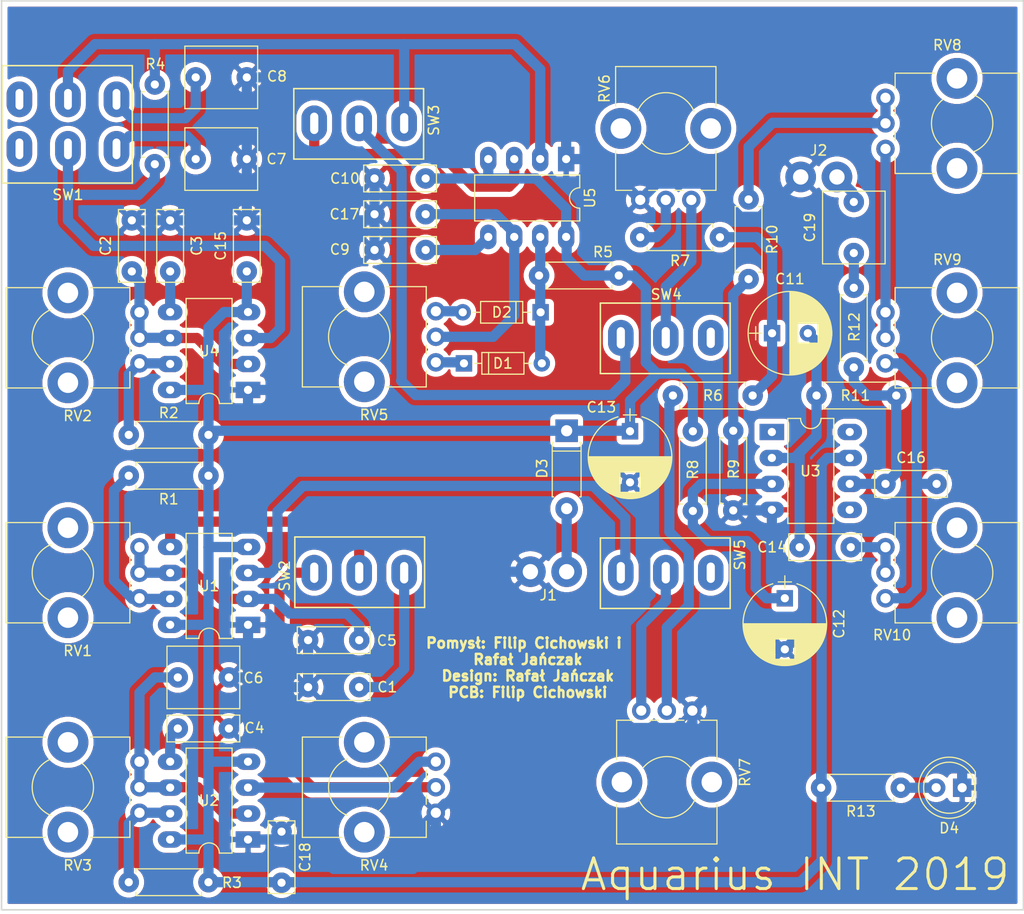
<source format=kicad_pcb>
(kicad_pcb (version 20171130) (host pcbnew "(5.1.5)-3")
  (layers (0 F.Cu signal) (31 B.Cu signal) (34 B.Paste user) (35 F.Paste user) (36 B.SilkS user) (37 F.SilkS user) (38 B.Mask user) (39 F.Mask user) (44 Edge.Cuts user))
  (net 0 "")
  (net 1 "Net-(C1-Pad1)")
  (net 2 GND)
  (net 3 "Net-(C2-Pad1)")
  (net 4 "Net-(C3-Pad1)")
  (net 5 "Net-(C4-Pad1)")
  (net 6 "Net-(C5-Pad2)")
  (net 7 "Net-(C6-Pad2)")
  (net 8 "Net-(C7-Pad2)")
  (net 9 "Net-(C8-Pad2)")
  (net 10 "Net-(C9-Pad2)")
  (net 11 "Net-(C10-Pad2)")
  (net 12 "Net-(C11-Pad2)")
  (net 13 "Net-(C11-Pad1)")
  (net 14 "Net-(C12-Pad1)")
  (net 15 +12V)
  (net 16 "Net-(C14-Pad2)")
  (net 17 "Net-(C16-Pad1)")
  (net 18 "Net-(C16-Pad2)")
  (net 19 "Net-(C19-Pad2)")
  (net 20 "Net-(C19-Pad1)")
  (net 21 "Net-(D1-Pad2)")
  (net 22 "Net-(D1-Pad1)")
  (net 23 "Net-(D2-Pad2)")
  (net 24 "Net-(D3-Pad2)")
  (net 25 "Net-(R1-Pad1)")
  (net 26 "Net-(R2-Pad1)")
  (net 27 "Net-(R3-Pad1)")
  (net 28 VCO1)
  (net 29 "Net-(R4-Pad2)")
  (net 30 MIX2)
  (net 31 MIX1)
  (net 32 RESO)
  (net 33 LFO)
  (net 34 "Net-(RV4-Pad1)")
  (net 35 "Net-(RV6-Pad1)")
  (net 36 "Net-(RV7-Pad1)")
  (net 37 "Net-(RV8-Pad1)")
  (net 38 "Net-(SW2-Pad2)")
  (net 39 VCO1OUT)
  (net 40 "Net-(SW3-Pad1)")
  (net 41 VCO2OUT)
  (net 42 "Net-(D4-Pad2)")
  (module INTbiblioteki:SPDT (layer F.Cu) (at 125 86 270)
    (fp_text reference SW2 (at 0.3 7.3 270) (layer F.SilkS))
    (fp_text value SW_SPDT)
    (pad 3 thru_hole oval (at 0 4.4 270) (size 3.5 2.5) (drill oval 2 0.8) (layers *.Cu *.Mask) (net 33 LFO))
    (pad 1 thru_hole oval (at 0 -4.4 270) (size 3.5 2.5) (drill oval 2.1 0.8) (layers *.Cu *.Mask) (net 1 "Net-(C1-Pad1)"))
    (pad 2 thru_hole oval (at 0 0 270) (size 3.5 2.5) (drill oval 2.1 0.8) (layers *.Cu *.Mask) (net 38 "Net-(SW2-Pad2)"))
  )
  (module INTbiblioteki:SPDT (layer F.Cu) (at 125 42 90)
    (fp_text reference SW3 (at 0.3 7.3 90) (layer F.SilkS))
    (fp_text value SW_SPDT)
    (pad 3 thru_hole oval (at 0 4.4 90) (size 3.5 2.5) (drill oval 2 0.8) (layers *.Cu *.Mask) (net 28 VCO1))
    (pad 1 thru_hole oval (at 0 -4.4 90) (size 3.5 2.5) (drill oval 2.1 0.8) (layers *.Cu *.Mask) (net 40 "Net-(SW3-Pad1)"))
    (pad 2 thru_hole oval (at 0 0 90) (size 3.5 2.5) (drill oval 2.1 0.8) (layers *.Cu *.Mask) (net 39 VCO1OUT))
  )
  (module INTbiblioteki:SPDT (layer F.Cu) (at 155 86 90)
    (fp_text reference SW5 (at 1.75 7.25 90) (layer F.SilkS))
    (fp_text value SW_SPST)
    (pad 3 thru_hole oval (at 0 4.4 90) (size 3.5 2.5) (drill oval 2 0.8) (layers *.Cu *.Mask))
    (pad 1 thru_hole oval (at 0 -4.4 90) (size 3.5 2.5) (drill oval 2.1 0.8) (layers *.Cu *.Mask) (net 41 VCO2OUT))
    (pad 2 thru_hole oval (at 0 0 90) (size 3.5 2.5) (drill oval 2.1 0.8) (layers *.Cu *.Mask) (net 36 "Net-(RV7-Pad1)"))
  )
  (module INTbiblioteki:SPDT (layer F.Cu) (at 155 63 90)
    (fp_text reference SW4 (at 4.25 0.05 180) (layer F.SilkS))
    (fp_text value SW_SPST)
    (pad 3 thru_hole oval (at 0 4.4 90) (size 3.5 2.5) (drill oval 2 0.8) (layers *.Cu *.Mask))
    (pad 1 thru_hole oval (at 0 -4.4 90) (size 3.5 2.5) (drill oval 2.1 0.8) (layers *.Cu *.Mask) (net 39 VCO1OUT))
    (pad 2 thru_hole oval (at 0 0 90) (size 3.5 2.5) (drill oval 2.1 0.8) (layers *.Cu *.Mask) (net 35 "Net-(RV6-Pad1)"))
  )
  (module Housings_DIP:DIP-8_W7.62mm_LongPads (layer F.Cu) (at 114.12 68.1 180)
    (fp_text reference U4 (at 3.81 3.8 180) (layer F.SilkS))
    (fp_text value NE555)
    (pad 1 thru_hole rect (at 0 0 180) (size 2.4 1.6) (drill 0.8) (layers *.Cu *.Mask) (net 2 GND))
    (pad 5 thru_hole oval (at 7.62 7.62 180) (size 2.4 1.6) (drill 0.8) (layers *.Cu *.Mask) (net 4 "Net-(C3-Pad1)"))
    (pad 2 thru_hole oval (at 0 2.54 180) (size 2.4 1.6) (drill 0.8) (layers *.Cu *.Mask) (net 3 "Net-(C2-Pad1)"))
    (pad 6 thru_hole oval (at 7.62 5.08 180) (size 2.4 1.6) (drill 0.8) (layers *.Cu *.Mask) (net 3 "Net-(C2-Pad1)"))
    (pad 3 thru_hole oval (at 0 5.08 180) (size 2.4 1.6) (drill 0.8) (layers *.Cu *.Mask) (net 29 "Net-(R4-Pad2)"))
    (pad 7 thru_hole oval (at 7.62 2.54 180) (size 2.4 1.6) (drill 0.8) (layers *.Cu *.Mask) (net 26 "Net-(R2-Pad1)"))
    (pad 4 thru_hole oval (at 0 7.62 180) (size 2.4 1.6) (drill 0.8) (layers *.Cu *.Mask) (net 15 +12V))
    (pad 8 thru_hole oval (at 7.62 0 180) (size 2.4 1.6) (drill 0.8) (layers *.Cu *.Mask) (net 15 +12V))
  )
  (module INTbiblioteki:Monolit-maly (layer F.Cu) (at 117.4 116.35 90)
    (fp_text reference C18 (at 2.5 2.3 90) (layer F.SilkS))
    (fp_text value 100nF)
    (pad 1 thru_hole circle (at 0 0 90) (size 2 2) (drill 0.8) (layers *.Cu *.Mask) (net 15 +12V))
    (pad 2 thru_hole circle (at 5 0 90) (size 2 2) (drill 0.8) (layers *.Cu *.Mask) (net 2 GND))
  )
  (module Housings_DIP:DIP-8_W7.62mm_LongPads (layer F.Cu) (at 114.12 112.12 180)
    (fp_text reference U2 (at 3.82 3.82 180) (layer F.SilkS))
    (fp_text value NE555)
    (pad 8 thru_hole oval (at 7.62 0 180) (size 2.4 1.6) (drill 0.8) (layers *.Cu *.Mask) (net 15 +12V))
    (pad 4 thru_hole oval (at 0 7.62 180) (size 2.4 1.6) (drill 0.8) (layers *.Cu *.Mask) (net 15 +12V))
    (pad 7 thru_hole oval (at 7.62 2.54 180) (size 2.4 1.6) (drill 0.8) (layers *.Cu *.Mask) (net 27 "Net-(R3-Pad1)"))
    (pad 3 thru_hole oval (at 0 5.08 180) (size 2.4 1.6) (drill 0.8) (layers *.Cu *.Mask) (net 34 "Net-(RV4-Pad1)"))
    (pad 6 thru_hole oval (at 7.62 5.08 180) (size 2.4 1.6) (drill 0.8) (layers *.Cu *.Mask) (net 7 "Net-(C6-Pad2)"))
    (pad 2 thru_hole oval (at 0 2.54 180) (size 2.4 1.6) (drill 0.8) (layers *.Cu *.Mask) (net 7 "Net-(C6-Pad2)"))
    (pad 5 thru_hole oval (at 7.62 7.62 180) (size 2.4 1.6) (drill 0.8) (layers *.Cu *.Mask) (net 5 "Net-(C4-Pad1)"))
    (pad 1 thru_hole rect (at 0 0 180) (size 2.4 1.6) (drill 0.8) (layers *.Cu *.Mask) (net 2 GND))
  )
  (module INTbiblioteki:DPDT (layer F.Cu) (at 90.1 47.85 90)
    (fp_text reference SW1 (at -1.15 6.4 180) (layer F.SilkS))
    (fp_text value SW_DPDT_x2)
    (pad 4 thru_hole oval (at 3.35 11.15 90) (size 3.5 2.5) (drill oval 2.03 0.762) (layers *.Cu *.Mask) (net 8 "Net-(C7-Pad2)"))
    (pad 1 thru_hole oval (at 8.2 11.15 90) (size 3.5 2.5) (drill oval 2.03 0.76) (layers *.Cu *.Mask) (net 9 "Net-(C8-Pad2)"))
    (pad 5 thru_hole oval (at 3.35 6.4 90) (size 3.5 2.5) (drill oval 2.03 0.762) (layers *.Cu *.Mask) (net 29 "Net-(R4-Pad2)"))
    (pad 2 thru_hole oval (at 8.2 6.4 90) (size 3.5 2.5) (drill oval 2.03 0.76) (layers *.Cu *.Mask) (net 28 VCO1))
    (pad 6 thru_hole oval (at 3.35 1.65 90) (size 3.5 2.5) (drill oval 2.03 0.762) (layers *.Cu *.Mask))
    (pad 3 thru_hole oval (at 8.2 1.65 90) (size 3.5 2.5) (drill oval 2.03 0.762) (layers *.Cu *.Mask))
  )
  (module Housings_DIP:DIP-8_W7.62mm_LongPads (layer F.Cu) (at 114.12 91.1 180)
    (fp_text reference U1 (at 3.81 3.8 180) (layer F.SilkS))
    (fp_text value NE555)
    (pad 1 thru_hole rect (at 0 0 180) (size 2.4 1.6) (drill 0.8) (layers *.Cu *.Mask) (net 2 GND))
    (pad 5 thru_hole oval (at 7.62 7.62 180) (size 2.4 1.6) (drill 0.8) (layers *.Cu *.Mask) (net 38 "Net-(SW2-Pad2)"))
    (pad 2 thru_hole oval (at 0 2.54 180) (size 2.4 1.6) (drill 0.8) (layers *.Cu *.Mask) (net 6 "Net-(C5-Pad2)"))
    (pad 6 thru_hole oval (at 7.62 5.08 180) (size 2.4 1.6) (drill 0.8) (layers *.Cu *.Mask) (net 6 "Net-(C5-Pad2)"))
    (pad 3 thru_hole oval (at 0 5.08 180) (size 2.4 1.6) (drill 0.8) (layers *.Cu *.Mask) (net 41 VCO2OUT))
    (pad 7 thru_hole oval (at 7.62 2.54 180) (size 2.4 1.6) (drill 0.8) (layers *.Cu *.Mask) (net 25 "Net-(R1-Pad1)"))
    (pad 4 thru_hole oval (at 0 7.62 180) (size 2.4 1.6) (drill 0.8) (layers *.Cu *.Mask) (net 15 +12V))
    (pad 8 thru_hole oval (at 7.62 0 180) (size 2.4 1.6) (drill 0.8) (layers *.Cu *.Mask) (net 15 +12V))
  )
  (module Potentiometers:Potentiometer_Bourns_PTV09A-1_Horizontal (layer F.Cu) (at 103.5 104.5 180)
    (fp_text reference RV3 (at 6.05 -10.15 180) (layer F.SilkS))
    (fp_text value 1M)
    (pad 0 np_thru_hole circle (at 7 1.9 180) (size 4 4) (drill 2) (layers *.Cu *.Mask))
    (pad 0 np_thru_hole circle (at 7 -6.9 180) (size 4 4) (drill 2) (layers *.Cu *.Mask))
    (pad 1 thru_hole circle (at 0 0 180) (size 1.8 1.8) (drill 1) (layers *.Cu *.Mask) (net 7 "Net-(C6-Pad2)"))
    (pad 2 thru_hole circle (at 0 -2.5 180) (size 1.8 1.8) (drill 1) (layers *.Cu *.Mask) (net 7 "Net-(C6-Pad2)"))
    (pad 3 thru_hole circle (at 0 -5 180) (size 1.8 1.8) (drill 1) (layers *.Cu *.Mask) (net 27 "Net-(R3-Pad1)"))
  )
  (module INTbiblioteki:Monolit-duzy (layer F.Cu) (at 114 45.5 180)
    (fp_text reference C7 (at -2.9 0 180) (layer F.SilkS))
    (fp_text value 1uF)
    (pad 1 thru_hole circle (at 0 0 180) (size 2 2) (drill 0.8) (layers *.Cu *.Mask) (net 2 GND))
    (pad 2 thru_hole circle (at 5 0 180) (size 2 2) (drill 0.8) (layers *.Cu *.Mask) (net 8 "Net-(C7-Pad2)"))
  )
  (module INTbiblioteki:WireConnection_1.50mmDrill (layer F.Cu) (at 141.75 85.9)
    (fp_text reference J1 (at 1.75 2.3) (layer F.SilkS))
    (fp_text value ZAS)
    (pad 1 thru_hole circle (at 0 0) (size 2.99974 2.99974) (drill 1.50114) (layers *.Cu *.Mask) (net 2 GND))
    (pad 2 thru_hole circle (at 3.55 0) (size 2.99974 2.99974) (drill 1.50114) (layers *.Cu *.Mask) (net 24 "Net-(D3-Pad2)"))
  )
  (module INTbiblioteki:WireConnection_1.50mmDrill (layer F.Cu) (at 171.75 47.25 180)
    (fp_text reference J2 (at 1.8 2.6 180) (layer F.SilkS))
    (fp_text value AUDIO)
    (pad 1 thru_hole circle (at 0 0 180) (size 2.99974 2.99974) (drill 1.50114) (layers *.Cu *.Mask) (net 19 "Net-(C19-Pad2)"))
    (pad 2 thru_hole circle (at 3.55 0 180) (size 2.99974 2.99974) (drill 1.50114) (layers *.Cu *.Mask) (net 2 GND))
  )
  (module INTbiblioteki:Monolit-maly (layer F.Cu) (at 125 97.2 180)
    (fp_text reference C1 (at -2.75 0 180) (layer F.SilkS))
    (fp_text value 10nF)
    (pad 1 thru_hole circle (at 0 0 180) (size 2 2) (drill 0.8) (layers *.Cu *.Mask) (net 1 "Net-(C1-Pad1)"))
    (pad 2 thru_hole circle (at 5 0 180) (size 2 2) (drill 0.8) (layers *.Cu *.Mask) (net 2 GND))
  )
  (module INTbiblioteki:Monolit-maly (layer F.Cu) (at 102.75 56.5 90)
    (fp_text reference C2 (at 2.5 -2.56 90) (layer F.SilkS))
    (fp_text value 22nF)
    (pad 2 thru_hole circle (at 5 0 90) (size 2 2) (drill 0.8) (layers *.Cu *.Mask) (net 2 GND))
    (pad 1 thru_hole circle (at 0 0 90) (size 2 2) (drill 0.8) (layers *.Cu *.Mask) (net 3 "Net-(C2-Pad1)"))
  )
  (module INTbiblioteki:Monolit-maly (layer F.Cu) (at 106.5 56.5 90)
    (fp_text reference C3 (at 2.5 2.6 90) (layer F.SilkS))
    (fp_text value 10nF)
    (pad 1 thru_hole circle (at 0 0 90) (size 2 2) (drill 0.8) (layers *.Cu *.Mask) (net 4 "Net-(C3-Pad1)"))
    (pad 2 thru_hole circle (at 5 0 90) (size 2 2) (drill 0.8) (layers *.Cu *.Mask) (net 2 GND))
  )
  (module INTbiblioteki:Monolit-maly (layer F.Cu) (at 107.25 101.25)
    (fp_text reference C4 (at 7.5 -0.05) (layer F.SilkS))
    (fp_text value 10nF)
    (pad 2 thru_hole circle (at 5 0) (size 2 2) (drill 0.8) (layers *.Cu *.Mask) (net 2 GND))
    (pad 1 thru_hole circle (at 0 0) (size 2 2) (drill 0.8) (layers *.Cu *.Mask) (net 5 "Net-(C4-Pad1)"))
  )
  (module INTbiblioteki:Monolit-maly (layer F.Cu) (at 120 92.6)
    (fp_text reference C5 (at 7.7 0.05) (layer F.SilkS))
    (fp_text value 22nF)
    (pad 2 thru_hole circle (at 5 0) (size 2 2) (drill 0.8) (layers *.Cu *.Mask) (net 6 "Net-(C5-Pad2)"))
    (pad 1 thru_hole circle (at 0 0) (size 2 2) (drill 0.8) (layers *.Cu *.Mask) (net 2 GND))
  )
  (module INTbiblioteki:Monolit-duzy (layer F.Cu) (at 112.25 96.25 180)
    (fp_text reference C6 (at -2.4 -0.05 180) (layer F.SilkS))
    (fp_text value 1uF)
    (pad 1 thru_hole circle (at 0 0 180) (size 2 2) (drill 0.8) (layers *.Cu *.Mask) (net 2 GND))
    (pad 2 thru_hole circle (at 5 0 180) (size 2 2) (drill 0.8) (layers *.Cu *.Mask) (net 7 "Net-(C6-Pad2)"))
  )
  (module INTbiblioteki:Monolit-duzy (layer F.Cu) (at 114 37.5 180)
    (fp_text reference C8 (at -2.95 0.1 180) (layer F.SilkS))
    (fp_text value 1uF)
    (pad 2 thru_hole circle (at 5 0 180) (size 2 2) (drill 0.8) (layers *.Cu *.Mask) (net 9 "Net-(C8-Pad2)"))
    (pad 1 thru_hole circle (at 0 0 180) (size 2 2) (drill 0.8) (layers *.Cu *.Mask) (net 2 GND))
  )
  (module INTbiblioteki:Monolit-maly (layer F.Cu) (at 126.5 54.4)
    (fp_text reference C9 (at -3.4 -0.05) (layer F.SilkS))
    (fp_text value 10nF)
    (pad 2 thru_hole circle (at 5 0) (size 2 2) (drill 0.8) (layers *.Cu *.Mask) (net 10 "Net-(C9-Pad2)"))
    (pad 1 thru_hole circle (at 0 0) (size 2 2) (drill 0.8) (layers *.Cu *.Mask) (net 2 GND))
  )
  (module INTbiblioteki:Monolit-maly (layer F.Cu) (at 126.5 50.9)
    (fp_text reference C10 (at -2.9 -3.5) (layer F.SilkS))
    (fp_text value 22nF)
    (pad 2 thru_hole circle (at 5 0) (size 2 2) (drill 0.8) (layers *.Cu *.Mask) (net 11 "Net-(C10-Pad2)"))
    (pad 1 thru_hole circle (at 0 0) (size 2 2) (drill 0.8) (layers *.Cu *.Mask) (net 2 GND))
  )
  (module Capacitors_THT:CP_Radial_D8.0mm_P3.50mm (layer F.Cu) (at 165.4 62.55)
    (fp_text reference C11 (at 1.75 -5.31) (layer F.SilkS))
    (fp_text value 10uF)
    (pad 2 thru_hole circle (at 3.5 0) (size 1.6 1.6) (drill 0.8) (layers *.Cu *.Mask) (net 12 "Net-(C11-Pad2)"))
    (pad 1 thru_hole rect (at 0 0) (size 1.6 1.6) (drill 0.8) (layers *.Cu *.Mask) (net 13 "Net-(C11-Pad1)"))
  )
  (module Capacitors_THT:CP_Radial_D8.0mm_P5.00mm (layer F.Cu) (at 151.5 72.15 270)
    (fp_text reference C13 (at -2.35 2.8) (layer F.SilkS))
    (fp_text value 100uF)
    (pad 2 thru_hole circle (at 5 0 270) (size 1.6 1.6) (drill 0.8) (layers *.Cu *.Mask) (net 2 GND))
    (pad 1 thru_hole rect (at 0 0 270) (size 1.6 1.6) (drill 0.8) (layers *.Cu *.Mask) (net 15 +12V))
  )
  (module INTbiblioteki:Monolit-maly (layer F.Cu) (at 168.1 83.5)
    (fp_text reference C14 (at -2.7 0) (layer F.SilkS))
    (fp_text value 470pF)
    (pad 2 thru_hole circle (at 5 0) (size 2 2) (drill 0.8) (layers *.Cu *.Mask) (net 16 "Net-(C14-Pad2)"))
    (pad 1 thru_hole circle (at 0 0) (size 2 2) (drill 0.8) (layers *.Cu *.Mask) (net 12 "Net-(C11-Pad2)"))
  )
  (module INTbiblioteki:Monolit-maly (layer F.Cu) (at 114 56.5 90)
    (fp_text reference C15 (at 2.5 -2.56 90) (layer F.SilkS))
    (fp_text value 100nF)
    (pad 1 thru_hole circle (at 0 0 90) (size 2 2) (drill 0.8) (layers *.Cu *.Mask) (net 15 +12V))
    (pad 2 thru_hole circle (at 5 0 90) (size 2 2) (drill 0.8) (layers *.Cu *.Mask) (net 2 GND))
  )
  (module INTbiblioteki:Monolit-maly (layer F.Cu) (at 176.5 77.3)
    (fp_text reference C16 (at 2.5 -2.56) (layer F.SilkS))
    (fp_text value 470pF)
    (pad 1 thru_hole circle (at 0 0) (size 2 2) (drill 0.8) (layers *.Cu *.Mask) (net 17 "Net-(C16-Pad1)"))
    (pad 2 thru_hole circle (at 5 0) (size 2 2) (drill 0.8) (layers *.Cu *.Mask) (net 18 "Net-(C16-Pad2)"))
  )
  (module INTbiblioteki:Monolit-maly (layer F.Cu) (at 131.5 47.4 180)
    (fp_text reference C17 (at 7.95 -3.5 180) (layer F.SilkS))
    (fp_text value 100nF)
    (pad 1 thru_hole circle (at 0 0 180) (size 2 2) (drill 0.8) (layers *.Cu *.Mask) (net 15 +12V))
    (pad 2 thru_hole circle (at 5 0 180) (size 2 2) (drill 0.8) (layers *.Cu *.Mask) (net 2 GND))
  )
  (module Diodes_THT:D_DO-35_SOD27_P7.62mm_Horizontal (layer F.Cu) (at 135.25 65.5)
    (fp_text reference D1 (at 3.81 0) (layer F.SilkS))
    (fp_text value 1N4148)
    (pad 2 thru_hole oval (at 7.62 0) (size 1.6 1.6) (drill 0.8) (layers *.Cu *.Mask) (net 21 "Net-(D1-Pad2)"))
    (pad 1 thru_hole rect (at 0 0) (size 1.6 1.6) (drill 0.8) (layers *.Cu *.Mask) (net 22 "Net-(D1-Pad1)"))
  )
  (module Diodes_THT:D_DO-35_SOD27_P7.62mm_Horizontal (layer F.Cu) (at 142.75 60.5 180)
    (fp_text reference D2 (at 3.8 0 180) (layer F.SilkS))
    (fp_text value 1N4148)
    (pad 1 thru_hole rect (at 0 0 180) (size 1.6 1.6) (drill 0.8) (layers *.Cu *.Mask) (net 21 "Net-(D1-Pad2)"))
    (pad 2 thru_hole oval (at 7.62 0 180) (size 1.6 1.6) (drill 0.8) (layers *.Cu *.Mask) (net 23 "Net-(D2-Pad2)"))
  )
  (module Diodes_THT:D_DO-41_SOD81_P7.62mm_Horizontal (layer F.Cu) (at 145.3 72.1 270)
    (fp_text reference D3 (at 3.7 2.4 270) (layer F.SilkS))
    (fp_text value 1N5819)
    (pad 2 thru_hole oval (at 7.62 0 270) (size 2.2 2.2) (drill 1.1) (layers *.Cu *.Mask) (net 24 "Net-(D3-Pad2)"))
    (pad 1 thru_hole rect (at 0 0 270) (size 2.2 2.2) (drill 1.1) (layers *.Cu *.Mask) (net 15 +12V))
  )
  (module INTbiblioteki:Rezystor7,8 (layer F.Cu) (at 102.55 76.5)
    (fp_text reference R1 (at 3.81 2.3) (layer F.SilkS))
    (fp_text value 10K)
    (pad 2 thru_hole circle (at 7.7 0) (size 2 2) (drill 0.8) (layers *.Cu *.Mask) (net 15 +12V))
    (pad 1 thru_hole circle (at -0.1 0) (size 2 2) (drill 0.8) (layers *.Cu *.Mask) (net 25 "Net-(R1-Pad1)"))
  )
  (module INTbiblioteki:Rezystor7,8 (layer F.Cu) (at 102.55 72.5)
    (fp_text reference R2 (at 3.81 -2.15) (layer F.SilkS))
    (fp_text value 10K)
    (pad 1 thru_hole circle (at -0.1 0) (size 2 2) (drill 0.8) (layers *.Cu *.Mask) (net 26 "Net-(R2-Pad1)"))
    (pad 2 thru_hole circle (at 7.7 0) (size 2 2) (drill 0.8) (layers *.Cu *.Mask) (net 15 +12V))
  )
  (module INTbiblioteki:Rezystor7,8 (layer F.Cu) (at 102.55 116.3)
    (fp_text reference R3 (at 10 0.05) (layer F.SilkS))
    (fp_text value 10K)
    (pad 2 thru_hole circle (at 7.7 0) (size 2 2) (drill 0.8) (layers *.Cu *.Mask) (net 15 +12V))
    (pad 1 thru_hole circle (at -0.1 0) (size 2 2) (drill 0.8) (layers *.Cu *.Mask) (net 27 "Net-(R3-Pad1)"))
  )
  (module INTbiblioteki:Rezystor7,8 (layer F.Cu) (at 105 38.3 270)
    (fp_text reference R4 (at -2.1 -0.05) (layer F.SilkS))
    (fp_text value 10K)
    (pad 1 thru_hole circle (at -0.1 0 270) (size 2 2) (drill 0.8) (layers *.Cu *.Mask) (net 28 VCO1))
    (pad 2 thru_hole circle (at 7.7 0 270) (size 2 2) (drill 0.8) (layers *.Cu *.Mask) (net 29 "Net-(R4-Pad2)"))
  )
  (module INTbiblioteki:Rezystor7,8 (layer F.Cu) (at 142.7 56.9)
    (fp_text reference R5 (at 6.15 -2.3) (layer F.SilkS))
    (fp_text value 10K)
    (pad 1 thru_hole circle (at -0.1 0) (size 2 2) (drill 0.8) (layers *.Cu *.Mask) (net 21 "Net-(D1-Pad2)"))
    (pad 2 thru_hole circle (at 7.7 0) (size 2 2) (drill 0.8) (layers *.Cu *.Mask) (net 15 +12V))
  )
  (module INTbiblioteki:Rezystor7,8 (layer F.Cu) (at 163.4 68.65 180)
    (fp_text reference R6 (at 3.8 0 180) (layer F.SilkS))
    (fp_text value 120K)
    (pad 1 thru_hole circle (at -0.1 0 180) (size 2 2) (drill 0.8) (layers *.Cu *.Mask) (net 13 "Net-(C11-Pad1)"))
    (pad 2 thru_hole circle (at 7.7 0 180) (size 2 2) (drill 0.8) (layers *.Cu *.Mask) (net 30 MIX2))
  )
  (module INTbiblioteki:Rezystor7,8 (layer F.Cu) (at 160.2 53.15 180)
    (fp_text reference R7 (at 3.81 -2.31 180) (layer F.SilkS))
    (fp_text value 120K)
    (pad 2 thru_hole circle (at 7.7 0 180) (size 2 2) (drill 0.8) (layers *.Cu *.Mask) (net 31 MIX1))
    (pad 1 thru_hole circle (at -0.1 0 180) (size 2 2) (drill 0.8) (layers *.Cu *.Mask) (net 13 "Net-(C11-Pad1)"))
  )
  (module INTbiblioteki:Rezystor7,8 (layer F.Cu) (at 157.65 72.25 270)
    (fp_text reference R8 (at 3.65 0 270) (layer F.SilkS))
    (fp_text value 100K)
    (pad 2 thru_hole circle (at 7.7 0 270) (size 2 2) (drill 0.8) (layers *.Cu *.Mask) (net 14 "Net-(C12-Pad1)"))
    (pad 1 thru_hole circle (at -0.1 0 270) (size 2 2) (drill 0.8) (layers *.Cu *.Mask) (net 15 +12V))
  )
  (module INTbiblioteki:Rezystor7,8 (layer F.Cu) (at 161.6 72.2 270)
    (fp_text reference R9 (at 3.65 -0.05 270) (layer F.SilkS))
    (fp_text value 100K)
    (pad 1 thru_hole circle (at -0.1 0 270) (size 2 2) (drill 0.8) (layers *.Cu *.Mask) (net 14 "Net-(C12-Pad1)"))
    (pad 2 thru_hole circle (at 7.7 0 270) (size 2 2) (drill 0.8) (layers *.Cu *.Mask) (net 2 GND))
  )
  (module INTbiblioteki:Rezystor7,8 (layer F.Cu) (at 163.1 49.55 270)
    (fp_text reference R10 (at 3.81 -2.31 270) (layer F.SilkS))
    (fp_text value 1K)
    (pad 2 thru_hole circle (at 7.7 0 270) (size 2 2) (drill 0.8) (layers *.Cu *.Mask) (net 14 "Net-(C12-Pad1)"))
    (pad 1 thru_hole circle (at -0.1 0 270) (size 2 2) (drill 0.8) (layers *.Cu *.Mask) (net 32 RESO))
  )
  (module INTbiblioteki:Rezystor7,8 (layer F.Cu) (at 169.85 68.65)
    (fp_text reference R11 (at 3.7 0) (layer F.SilkS))
    (fp_text value 10M)
    (pad 1 thru_hole circle (at -0.1 0) (size 2 2) (drill 0.8) (layers *.Cu *.Mask) (net 12 "Net-(C11-Pad2)"))
    (pad 2 thru_hole circle (at 7.7 0) (size 2 2) (drill 0.8) (layers *.Cu *.Mask) (net 17 "Net-(C16-Pad1)"))
  )
  (module INTbiblioteki:Rezystor7,8 (layer F.Cu) (at 173.4 58.2 270)
    (fp_text reference R12 (at 3.75 -0.05 270) (layer F.SilkS))
    (fp_text value 1K)
    (pad 2 thru_hole circle (at 7.7 0 270) (size 2 2) (drill 0.8) (layers *.Cu *.Mask) (net 17 "Net-(C16-Pad1)"))
    (pad 1 thru_hole circle (at -0.1 0 270) (size 2 2) (drill 0.8) (layers *.Cu *.Mask) (net 20 "Net-(C19-Pad1)"))
  )
  (module Potentiometers:Potentiometer_Bourns_PTV09A-1_Horizontal (layer F.Cu) (at 103.5 83.5 180)
    (fp_text reference RV1 (at 6.05 -10.15 180) (layer F.SilkS))
    (fp_text value 1M)
    (pad 0 np_thru_hole circle (at 7 1.9 180) (size 4 4) (drill 2) (layers *.Cu *.Mask))
    (pad 0 np_thru_hole circle (at 7 -6.9 180) (size 4 4) (drill 2) (layers *.Cu *.Mask))
    (pad 1 thru_hole circle (at 0 0 180) (size 1.8 1.8) (drill 1) (layers *.Cu *.Mask) (net 6 "Net-(C5-Pad2)"))
    (pad 2 thru_hole circle (at 0 -2.5 180) (size 1.8 1.8) (drill 1) (layers *.Cu *.Mask) (net 6 "Net-(C5-Pad2)"))
    (pad 3 thru_hole circle (at 0 -5 180) (size 1.8 1.8) (drill 1) (layers *.Cu *.Mask) (net 25 "Net-(R1-Pad1)"))
  )
  (module Potentiometers:Potentiometer_Bourns_PTV09A-1_Horizontal (layer F.Cu) (at 103.5 60.5 180)
    (fp_text reference RV2 (at 6.05 -10.15 180) (layer F.SilkS))
    (fp_text value 1M)
    (pad 0 np_thru_hole circle (at 7 1.9 180) (size 4 4) (drill 2) (layers *.Cu *.Mask))
    (pad 0 np_thru_hole circle (at 7 -6.9 180) (size 4 4) (drill 2) (layers *.Cu *.Mask))
    (pad 1 thru_hole circle (at 0 0 180) (size 1.8 1.8) (drill 1) (layers *.Cu *.Mask) (net 3 "Net-(C2-Pad1)"))
    (pad 2 thru_hole circle (at 0 -2.5 180) (size 1.8 1.8) (drill 1) (layers *.Cu *.Mask) (net 3 "Net-(C2-Pad1)"))
    (pad 3 thru_hole circle (at 0 -5 180) (size 1.8 1.8) (drill 1) (layers *.Cu *.Mask) (net 26 "Net-(R2-Pad1)"))
  )
  (module Potentiometers:Potentiometer_Bourns_PTV09A-1_Horizontal (layer F.Cu) (at 132.5 104.5 180)
    (fp_text reference RV4 (at 6.05 -10.15 180) (layer F.SilkS))
    (fp_text value 100K)
    (pad 3 thru_hole circle (at 0 -5 180) (size 1.8 1.8) (drill 1) (layers *.Cu *.Mask) (net 2 GND))
    (pad 2 thru_hole circle (at 0 -2.5 180) (size 1.8 1.8) (drill 1) (layers *.Cu *.Mask) (net 33 LFO))
    (pad 1 thru_hole circle (at 0 0 180) (size 1.8 1.8) (drill 1) (layers *.Cu *.Mask) (net 34 "Net-(RV4-Pad1)"))
    (pad 0 np_thru_hole circle (at 7 -6.9 180) (size 4 4) (drill 2) (layers *.Cu *.Mask))
    (pad 0 np_thru_hole circle (at 7 1.9 180) (size 4 4) (drill 2) (layers *.Cu *.Mask))
  )
  (module Potentiometers:Potentiometer_Bourns_PTV09A-1_Horizontal (layer F.Cu) (at 132.5 60.4 180)
    (fp_text reference RV5 (at 6.05 -10.15 180) (layer F.SilkS))
    (fp_text value 100K)
    (pad 3 thru_hole circle (at 0 -5 180) (size 1.8 1.8) (drill 1) (layers *.Cu *.Mask) (net 22 "Net-(D1-Pad1)"))
    (pad 2 thru_hole circle (at 0 -2.5 180) (size 1.8 1.8) (drill 1) (layers *.Cu *.Mask) (net 11 "Net-(C10-Pad2)"))
    (pad 1 thru_hole circle (at 0 0 180) (size 1.8 1.8) (drill 1) (layers *.Cu *.Mask) (net 23 "Net-(D2-Pad2)"))
    (pad 0 np_thru_hole circle (at 7 -6.9 180) (size 4 4) (drill 2) (layers *.Cu *.Mask))
    (pad 0 np_thru_hole circle (at 7 1.9 180) (size 4 4) (drill 2) (layers *.Cu *.Mask))
  )
  (module Potentiometers:Potentiometer_Bourns_PTV09A-1_Horizontal (layer F.Cu) (at 157.5 49.5 90)
    (fp_text reference RV6 (at 10.9 -8.5 90) (layer F.SilkS))
    (fp_text value 100K)
    (pad 0 np_thru_hole circle (at 7 1.9 90) (size 4 4) (drill 2) (layers *.Cu *.Mask))
    (pad 0 np_thru_hole circle (at 7 -6.9 90) (size 4 4) (drill 2) (layers *.Cu *.Mask))
    (pad 1 thru_hole circle (at 0 0 90) (size 1.8 1.8) (drill 1) (layers *.Cu *.Mask) (net 35 "Net-(RV6-Pad1)"))
    (pad 2 thru_hole circle (at 0 -2.5 90) (size 1.8 1.8) (drill 1) (layers *.Cu *.Mask) (net 31 MIX1))
    (pad 3 thru_hole circle (at 0 -5 90) (size 1.8 1.8) (drill 1) (layers *.Cu *.Mask) (net 2 GND))
  )
  (module Potentiometers:Potentiometer_Bourns_PTV09A-1_Horizontal (layer F.Cu) (at 152.6 99.5 270)
    (fp_text reference RV7 (at 6.05 -10.15 270) (layer F.SilkS))
    (fp_text value 100K)
    (pad 3 thru_hole circle (at 0 -5 270) (size 1.8 1.8) (drill 1) (layers *.Cu *.Mask) (net 2 GND))
    (pad 2 thru_hole circle (at 0 -2.5 270) (size 1.8 1.8) (drill 1) (layers *.Cu *.Mask) (net 30 MIX2))
    (pad 1 thru_hole circle (at 0 0 270) (size 1.8 1.8) (drill 1) (layers *.Cu *.Mask) (net 36 "Net-(RV7-Pad1)"))
    (pad 0 np_thru_hole circle (at 7 -6.9 270) (size 4 4) (drill 2) (layers *.Cu *.Mask))
    (pad 0 np_thru_hole circle (at 7 1.9 270) (size 4 4) (drill 2) (layers *.Cu *.Mask))
  )
  (module Potentiometers:Potentiometer_Bourns_PTV09A-1_Horizontal (layer F.Cu) (at 176.5 44.5)
    (fp_text reference RV8 (at 6.05 -10.15) (layer F.SilkS))
    (fp_text value 1M)
    (pad 3 thru_hole circle (at 0 -5) (size 1.8 1.8) (drill 1) (layers *.Cu *.Mask) (net 32 RESO))
    (pad 2 thru_hole circle (at 0 -2.5) (size 1.8 1.8) (drill 1) (layers *.Cu *.Mask) (net 32 RESO))
    (pad 1 thru_hole circle (at 0 0) (size 1.8 1.8) (drill 1) (layers *.Cu *.Mask) (net 37 "Net-(RV8-Pad1)"))
    (pad 0 np_thru_hole circle (at 7 -6.9) (size 4 4) (drill 2) (layers *.Cu *.Mask))
    (pad 0 np_thru_hole circle (at 7 1.9) (size 4 4) (drill 2) (layers *.Cu *.Mask))
  )
  (module Potentiometers:Potentiometer_Bourns_PTV09A-1_Horizontal (layer F.Cu) (at 176.5 65.5)
    (fp_text reference RV9 (at 6.05 -10.15) (layer F.SilkS))
    (fp_text value 100K)
    (pad 0 np_thru_hole circle (at 7 1.9) (size 4 4) (drill 2) (layers *.Cu *.Mask))
    (pad 0 np_thru_hole circle (at 7 -6.9) (size 4 4) (drill 2) (layers *.Cu *.Mask))
    (pad 1 thru_hole circle (at 0 0) (size 1.8 1.8) (drill 1) (layers *.Cu *.Mask) (net 18 "Net-(C16-Pad2)"))
    (pad 2 thru_hole circle (at 0 -2.5) (size 1.8 1.8) (drill 1) (layers *.Cu *.Mask) (net 37 "Net-(RV8-Pad1)"))
    (pad 3 thru_hole circle (at 0 -5) (size 1.8 1.8) (drill 1) (layers *.Cu *.Mask) (net 37 "Net-(RV8-Pad1)"))
  )
  (module Potentiometers:Potentiometer_Bourns_PTV09A-1_Horizontal (layer F.Cu) (at 176.5 88.5)
    (fp_text reference RV10 (at 0.65 3.6) (layer F.SilkS))
    (fp_text value 220K)
    (pad 3 thru_hole circle (at 0 -5) (size 1.8 1.8) (drill 1) (layers *.Cu *.Mask) (net 16 "Net-(C14-Pad2)"))
    (pad 2 thru_hole circle (at 0 -2.5) (size 1.8 1.8) (drill 1) (layers *.Cu *.Mask) (net 16 "Net-(C14-Pad2)"))
    (pad 1 thru_hole circle (at 0 0) (size 1.8 1.8) (drill 1) (layers *.Cu *.Mask) (net 18 "Net-(C16-Pad2)"))
    (pad 0 np_thru_hole circle (at 7 -6.9) (size 4 4) (drill 2) (layers *.Cu *.Mask))
    (pad 0 np_thru_hole circle (at 7 1.9) (size 4 4) (drill 2) (layers *.Cu *.Mask))
  )
  (module Housings_DIP:DIP-8_W7.62mm_LongPads (layer F.Cu) (at 165.38 72.22)
    (fp_text reference U3 (at 3.77 3.83) (layer F.SilkS))
    (fp_text value TL071)
    (pad 8 thru_hole oval (at 7.62 0) (size 2.4 1.6) (drill 0.8) (layers *.Cu *.Mask))
    (pad 4 thru_hole oval (at 0 7.62) (size 2.4 1.6) (drill 0.8) (layers *.Cu *.Mask) (net 2 GND))
    (pad 7 thru_hole oval (at 7.62 2.54) (size 2.4 1.6) (drill 0.8) (layers *.Cu *.Mask) (net 15 +12V))
    (pad 3 thru_hole oval (at 0 5.08) (size 2.4 1.6) (drill 0.8) (layers *.Cu *.Mask) (net 14 "Net-(C12-Pad1)"))
    (pad 6 thru_hole oval (at 7.62 5.08) (size 2.4 1.6) (drill 0.8) (layers *.Cu *.Mask) (net 17 "Net-(C16-Pad1)"))
    (pad 2 thru_hole oval (at 0 2.54) (size 2.4 1.6) (drill 0.8) (layers *.Cu *.Mask) (net 12 "Net-(C11-Pad2)"))
    (pad 5 thru_hole oval (at 7.62 7.62) (size 2.4 1.6) (drill 0.8) (layers *.Cu *.Mask))
    (pad 1 thru_hole rect (at 0 0) (size 2.4 1.6) (drill 0.8) (layers *.Cu *.Mask))
  )
  (module Housings_DIP:DIP-8_W7.62mm_LongPads (layer F.Cu) (at 145.25 45.5 270)
    (fp_text reference U5 (at 3.81 -2.33 270) (layer F.SilkS))
    (fp_text value NE555)
    (pad 8 thru_hole oval (at 7.62 0 270) (size 2.4 1.6) (drill 0.8) (layers *.Cu *.Mask) (net 15 +12V))
    (pad 4 thru_hole oval (at 0 7.62 270) (size 2.4 1.6) (drill 0.8) (layers *.Cu *.Mask) (net 15 +12V))
    (pad 7 thru_hole oval (at 7.62 2.54 270) (size 2.4 1.6) (drill 0.8) (layers *.Cu *.Mask) (net 21 "Net-(D1-Pad2)"))
    (pad 3 thru_hole oval (at 0 5.08 270) (size 2.4 1.6) (drill 0.8) (layers *.Cu *.Mask) (net 40 "Net-(SW3-Pad1)"))
    (pad 6 thru_hole oval (at 7.62 5.08 270) (size 2.4 1.6) (drill 0.8) (layers *.Cu *.Mask) (net 11 "Net-(C10-Pad2)"))
    (pad 2 thru_hole oval (at 0 2.54 270) (size 2.4 1.6) (drill 0.8) (layers *.Cu *.Mask) (net 28 VCO1))
    (pad 5 thru_hole oval (at 7.62 7.62 270) (size 2.4 1.6) (drill 0.8) (layers *.Cu *.Mask) (net 10 "Net-(C9-Pad2)"))
    (pad 1 thru_hole rect (at 0 0 270) (size 2.4 1.6) (drill 0.8) (layers *.Cu *.Mask) (net 2 GND))
  )
  (module Capacitors_THT:CP_Radial_D8.0mm_P5.00mm (layer F.Cu) (at 166.65 88.5 270)
    (fp_text reference C12 (at 2.5 -5.31 270) (layer F.SilkS))
    (fp_text value 100uF)
    (pad 2 thru_hole circle (at 5 0 270) (size 1.6 1.6) (drill 0.8) (layers *.Cu *.Mask) (net 2 GND))
    (pad 1 thru_hole rect (at 0 0 270) (size 1.6 1.6) (drill 0.8) (layers *.Cu *.Mask) (net 14 "Net-(C12-Pad1)"))
  )
  (module LEDs:LED_D5.0mm (layer F.Cu) (at 184 107.05 180)
    (fp_text reference D4 (at 1.27 -3.96 180) (layer F.SilkS))
    (fp_text value LED)
    (pad 2 thru_hole circle (at 2.54 0 180) (size 1.8 1.8) (drill 0.9) (layers *.Cu *.Mask) (net 42 "Net-(D4-Pad2)"))
    (pad 1 thru_hole rect (at 0 0 180) (size 1.8 1.8) (drill 0.9) (layers *.Cu *.Mask) (net 2 GND))
  )
  (module INTbiblioteki:Rezystor7,8 (layer F.Cu) (at 177.9 107.05 180)
    (fp_text reference R13 (at 3.81 -2.31 180) (layer F.SilkS))
    (fp_text value 1K)
    (pad 2 thru_hole circle (at 7.7 0 180) (size 2 2) (drill 0.8) (layers *.Cu *.Mask) (net 15 +12V))
    (pad 1 thru_hole circle (at -0.1 0 180) (size 2 2) (drill 0.8) (layers *.Cu *.Mask) (net 42 "Net-(D4-Pad2)"))
  )
  (module INTbiblioteki:Monolit-duzy (layer F.Cu) (at 173.4 54.7 90)
    (fp_text reference C19 (at 2.5 -4.31 90) (layer F.SilkS))
    (fp_text value 1uF)
    (pad 2 thru_hole circle (at 5 0 90) (size 2 2) (drill 0.8) (layers *.Cu *.Mask) (net 19 "Net-(C19-Pad2)"))
    (pad 1 thru_hole circle (at 0 0 90) (size 2 2) (drill 0.8) (layers *.Cu *.Mask) (net 20 "Net-(C19-Pad1)"))
  )
  (gr_text "Pomysł: Filip Cichowski i \nRafał Jańczak\nDesign: Rafał Jańczak\nPCB: Filip Cichowski" (at 141.5 95.3) (layer F.SilkS) (effects (font (size 1 1) (thickness 0.25))))
  (gr_text "Aquarius INT 2019" (at 167.65 115.55) (layer F.SilkS) (effects (font (size 3 3) (thickness 0.3))))
  (gr_line (start 90 119) (end 90 30) (layer Edge.Cuts) (width 0.15))
  (gr_line (start 190 119) (end 90 119) (layer Edge.Cuts) (width 0.15))
  (gr_line (start 190 30) (end 190 119) (layer Edge.Cuts) (width 0.15))
  (gr_line (start 90 30) (end 190 30) (layer Edge.Cuts) (width 0.15))
  (segment (start 127.6 97.2) (end 125 97.2) (width 1) (layer B.Cu) (net 1))
  (segment (start 129.4 86) (end 129.4 95.4) (width 1) (layer B.Cu) (net 1))
  (segment (start 129.4 95.4) (end 127.6 97.2) (width 1) (layer B.Cu) (net 1))
  (segment (start 132.5 109.5) (end 132.5 110.772792) (width 1) (layer B.Cu) (net 2))
  (segment (start 130.25 111.75) (end 132.5 109.5) (width 1) (layer B.Cu) (net 2))
  (segment (start 130.25 115) (end 130.25 111.75) (width 1) (layer B.Cu) (net 2))
  (segment (start 122.5 115) (end 130.25 115) (width 1) (layer B.Cu) (net 2))
  (segment (start 115.82 112.12) (end 119.62 112.12) (width 1) (layer B.Cu) (net 2))
  (segment (start 119.62 112.12) (end 122.5 115) (width 1) (layer B.Cu) (net 2))
  (segment (start 102.75 51.5) (end 114 51.5) (width 1) (layer B.Cu) (net 2))
  (segment (start 114 45.5) (end 114 51.5) (width 1) (layer B.Cu) (net 2))
  (segment (start 114.12 99.38) (end 112.25 101.25) (width 1) (layer B.Cu) (net 2))
  (segment (start 114.12 91.1) (end 114.12 99.38) (width 1) (layer B.Cu) (net 2))
  (segment (start 114 37.5) (end 114 45.5) (width 1) (layer B.Cu) (net 2))
  (segment (start 126.5 47.4) (end 126.5 54.4) (width 1) (layer B.Cu) (net 2))
  (segment (start 125.9 51.5) (end 126.5 50.9) (width 1) (layer B.Cu) (net 2))
  (segment (start 120.2 64.22) (end 120.2 51.5) (width 1) (layer B.Cu) (net 2))
  (segment (start 116.32 68.1) (end 120.2 64.22) (width 1) (layer B.Cu) (net 2))
  (segment (start 114.12 68.1) (end 116.32 68.1) (width 1) (layer B.Cu) (net 2))
  (segment (start 114 51.5) (end 120.2 51.5) (width 1) (layer B.Cu) (net 2))
  (segment (start 120.2 51.5) (end 125.9 51.5) (width 1) (layer B.Cu) (net 2))
  (segment (start 120 92.6) (end 120 97.2) (width 1) (layer B.Cu) (net 2))
  (segment (start 114.65 97.2) (end 120 97.2) (width 1) (layer B.Cu) (net 2))
  (segment (start 113.7 96.25) (end 114.65 97.2) (width 1) (layer B.Cu) (net 2))
  (segment (start 113.7 96.25) (end 114.25 96.25) (width 1) (layer B.Cu) (net 2))
  (segment (start 112.25 96.25) (end 113.7 96.25) (width 1) (layer B.Cu) (net 2))
  (segment (start 148.5 45.5) (end 152.5 49.5) (width 1) (layer B.Cu) (net 2))
  (segment (start 145.25 45.5) (end 148.5 45.5) (width 1) (layer B.Cu) (net 2))
  (segment (start 165.32 79.9) (end 165.38 79.84) (width 1) (layer B.Cu) (net 2))
  (segment (start 161.6 79.9) (end 165.32 79.9) (width 1) (layer B.Cu) (net 2))
  (segment (start 114.12 68.1) (end 114.12 69.9) (width 1) (layer B.Cu) (net 2))
  (segment (start 133.399999 108.600001) (end 132.5 109.5) (width 1) (layer B.Cu) (net 2))
  (segment (start 134.397069 108.600001) (end 133.399999 108.600001) (width 1) (layer B.Cu) (net 2))
  (segment (start 137.400009 105.597061) (end 134.397069 108.600001) (width 1) (layer B.Cu) (net 2))
  (segment (start 152.99001 80.89294) (end 152.99001 89.06292) (width 1) (layer B.Cu) (net 2))
  (segment (start 137.40001 104.65292) (end 137.400009 105.597061) (width 1) (layer B.Cu) (net 2))
  (segment (start 120.32 76.1) (end 148.19707 76.1) (width 1) (layer B.Cu) (net 2))
  (segment (start 137.90293 88.25293) (end 137.90293 104.15) (width 1) (layer B.Cu) (net 2))
  (segment (start 137.90293 104.15) (end 137.40001 104.65292) (width 1) (layer B.Cu) (net 2))
  (segment (start 166.700131 48.749869) (end 168.2 47.25) (width 1) (layer B.Cu) (net 2))
  (segment (start 164.299999 51.150001) (end 166.700131 48.749869) (width 1) (layer B.Cu) (net 2))
  (segment (start 162.283999 51.150001) (end 164.299999 51.150001) (width 1) (layer B.Cu) (net 2))
  (segment (start 159.033997 47.899999) (end 162.283999 51.150001) (width 1) (layer B.Cu) (net 2))
  (segment (start 154.100001 47.899999) (end 159.033997 47.899999) (width 1) (layer B.Cu) (net 2))
  (segment (start 152.5 49.5) (end 154.100001 47.899999) (width 1) (layer B.Cu) (net 2))
  (segment (start 158.499999 98.600001) (end 157.6 99.5) (width 1) (layer B.Cu) (net 2))
  (segment (start 163.6 93.5) (end 158.499999 98.600001) (width 1) (layer B.Cu) (net 2))
  (segment (start 166.65 93.5) (end 163.6 93.5) (width 1) (layer B.Cu) (net 2))
  (segment (start 157.169862 101.20293) (end 140.85 101.20293) (width 1) (layer B.Cu) (net 2))
  (segment (start 157.6 100.772792) (end 157.169862 101.20293) (width 1) (layer B.Cu) (net 2))
  (segment (start 157.6 99.5) (end 157.6 100.772792) (width 1) (layer B.Cu) (net 2))
  (segment (start 152.99001 89.06292) (end 140.85 101.20293) (width 1) (layer B.Cu) (net 2))
  (segment (start 140.85 101.20293) (end 137.90293 104.15) (width 1) (layer B.Cu) (net 2))
  (segment (start 188.50001 47.404008) (end 176.296002 35.2) (width 1) (layer B.Cu) (net 2))
  (segment (start 188.50001 100.64999) (end 188.50001 47.404008) (width 1) (layer B.Cu) (net 2))
  (segment (start 184 107.05) (end 184 105.15) (width 1) (layer B.Cu) (net 2))
  (segment (start 184 105.15) (end 188.50001 100.64999) (width 1) (layer B.Cu) (net 2))
  (segment (start 176.296002 35.2) (end 151.2 35.2) (width 1) (layer B.Cu) (net 2))
  (segment (start 145.25 41.15) (end 145.25 45.5) (width 1) (layer B.Cu) (net 2))
  (segment (start 116.63 112.12) (end 117.4 111.35) (width 1) (layer B.Cu) (net 2))
  (segment (start 114.12 112.12) (end 116.63 112.12) (width 1) (layer B.Cu) (net 2))
  (segment (start 150.700001 78.602931) (end 151.09707 79) (width 1) (layer B.Cu) (net 2))
  (segment (start 150.700001 77.949999) (end 150.700001 78.602931) (width 1) (layer B.Cu) (net 2))
  (segment (start 151.5 77.15) (end 150.700001 77.949999) (width 1) (layer B.Cu) (net 2))
  (segment (start 148.19707 76.1) (end 151.09707 79) (width 1) (layer B.Cu) (net 2))
  (segment (start 151.09707 79) (end 152.99001 80.89294) (width 1) (layer B.Cu) (net 2))
  (segment (start 138.778864 86.75) (end 136.4 86.75) (width 1) (layer B.Cu) (net 2))
  (segment (start 139.628864 85.9) (end 138.778864 86.75) (width 1) (layer B.Cu) (net 2))
  (segment (start 141.75 85.9) (end 139.628864 85.9) (width 1) (layer B.Cu) (net 2))
  (segment (start 136.4 86.75) (end 137.90293 88.25293) (width 1) (layer B.Cu) (net 2))
  (segment (start 120.32 76.1) (end 119.05 76.1) (width 1) (layer B.Cu) (net 2))
  (segment (start 119.05 76.1) (end 117.5 74.55) (width 1) (layer B.Cu) (net 2))
  (segment (start 165.38 79.84) (end 165.38 83.73) (width 1) (layer B.Cu) (net 2))
  (segment (start 165.38 83.73) (end 168.65 87) (width 1) (layer B.Cu) (net 2))
  (segment (start 168.65 91.5) (end 166.65 93.5) (width 1) (layer B.Cu) (net 2))
  (segment (start 168.65 87) (end 168.65 91.5) (width 1) (layer B.Cu) (net 2))
  (segment (start 114 37.5) (end 116.95 37.5) (width 1) (layer B.Cu) (net 2))
  (segment (start 116.95 37.5) (end 116.95 36.05) (width 1) (layer B.Cu) (net 2))
  (segment (start 151 34.65) (end 151 35.4) (width 1) (layer B.Cu) (net 2))
  (segment (start 149.25 32.9) (end 151 34.65) (width 1) (layer B.Cu) (net 2))
  (segment (start 151.2 35.2) (end 151 35.4) (width 1) (layer B.Cu) (net 2))
  (segment (start 151 35.4) (end 145.25 41.15) (width 1) (layer B.Cu) (net 2))
  (segment (start 103.5 60.5) (end 103.5 63) (width 1) (layer B.Cu) (net 3))
  (segment (start 106.48 63) (end 106.5 63.02) (width 1) (layer B.Cu) (net 3))
  (segment (start 103.5 63) (end 106.48 63) (width 1) (layer B.Cu) (net 3))
  (segment (start 102.75 56.5) (end 102.75 56.75) (width 1) (layer B.Cu) (net 3))
  (segment (start 103.5 57.5) (end 103.5 60.5) (width 1) (layer B.Cu) (net 3))
  (segment (start 102.75 56.75) (end 103.5 57.5) (width 1) (layer B.Cu) (net 3))
  (segment (start 106.5 63.02) (end 109.12 63.02) (width 1) (layer F.Cu) (net 3))
  (segment (start 111.66 65.56) (end 114.12 65.56) (width 1) (layer F.Cu) (net 3))
  (segment (start 109.12 63.02) (end 111.66 65.56) (width 1) (layer F.Cu) (net 3))
  (segment (start 106.5 56.5) (end 106.5 60.48) (width 1) (layer B.Cu) (net 4))
  (segment (start 106.5 102) (end 107.25 101.25) (width 1) (layer B.Cu) (net 5))
  (segment (start 106.5 104.5) (end 106.5 102) (width 1) (layer B.Cu) (net 5))
  (segment (start 103.5 83.5) (end 103.5 86) (width 1) (layer B.Cu) (net 6))
  (segment (start 106.48 86) (end 106.5 86.02) (width 1) (layer B.Cu) (net 6))
  (segment (start 103.5 86) (end 106.48 86) (width 1) (layer B.Cu) (net 6))
  (segment (start 125 91.185787) (end 123.814213 90) (width 1) (layer B.Cu) (net 6))
  (segment (start 125 92.6) (end 125 91.185787) (width 1) (layer B.Cu) (net 6))
  (segment (start 123.814213 90) (end 118.2 90) (width 1) (layer B.Cu) (net 6))
  (segment (start 116.76 88.56) (end 114.12 88.56) (width 1) (layer B.Cu) (net 6))
  (segment (start 118.2 90) (end 116.76 88.56) (width 1) (layer B.Cu) (net 6))
  (segment (start 106.9 86.02) (end 106.92 86) (width 1) (layer F.Cu) (net 6))
  (segment (start 106.5 86.02) (end 106.9 86.02) (width 1) (layer F.Cu) (net 6))
  (segment (start 106.92 86) (end 108.9 86) (width 1) (layer F.Cu) (net 6))
  (segment (start 111.46 88.56) (end 114.12 88.56) (width 1) (layer F.Cu) (net 6))
  (segment (start 108.9 86) (end 111.46 88.56) (width 1) (layer F.Cu) (net 6))
  (segment (start 103.54 107.04) (end 103.5 107) (width 1) (layer B.Cu) (net 7))
  (segment (start 103.5 107) (end 103.5 97.75) (width 1) (layer B.Cu) (net 7))
  (segment (start 105 96.25) (end 107.25 96.25) (width 1) (layer B.Cu) (net 7))
  (segment (start 103.5 97.75) (end 105 96.25) (width 1) (layer B.Cu) (net 7))
  (segment (start 106.46 107) (end 106.5 107.04) (width 1) (layer B.Cu) (net 7))
  (segment (start 103.5 107) (end 106.46 107) (width 1) (layer B.Cu) (net 7))
  (segment (start 111.78 109.58) (end 114.12 109.58) (width 1) (layer F.Cu) (net 7))
  (segment (start 109.2 107) (end 111.78 109.58) (width 1) (layer F.Cu) (net 7))
  (segment (start 106.94 107) (end 109.2 107) (width 1) (layer F.Cu) (net 7))
  (segment (start 106.5 107.04) (end 106.9 107.04) (width 1) (layer F.Cu) (net 7))
  (segment (start 106.9 107.04) (end 106.94 107) (width 1) (layer F.Cu) (net 7))
  (segment (start 109 44.085787) (end 108.164213 43.25) (width 1) (layer B.Cu) (net 8))
  (segment (start 109 45.5) (end 109 44.085787) (width 1) (layer B.Cu) (net 8))
  (segment (start 108.164213 43.25) (end 102.5 43.25) (width 1) (layer B.Cu) (net 8))
  (segment (start 102.5 43.25) (end 101.25 44.5) (width 1) (layer B.Cu) (net 8))
  (segment (start 101.25 39.65) (end 101.25 40) (width 1) (layer B.Cu) (net 9))
  (segment (start 101.25 40) (end 102.75 41.5) (width 1) (layer B.Cu) (net 9))
  (segment (start 102.75 41.5) (end 108 41.5) (width 1) (layer B.Cu) (net 9))
  (segment (start 109 40.5) (end 109 37.5) (width 1) (layer B.Cu) (net 9))
  (segment (start 108 41.5) (end 109 40.5) (width 1) (layer B.Cu) (net 9))
  (segment (start 136.35 54.4) (end 137.63 53.12) (width 1) (layer B.Cu) (net 10))
  (segment (start 131.5 54.4) (end 136.35 54.4) (width 1) (layer B.Cu) (net 10))
  (segment (start 132.5 62.9) (end 138.1 62.9) (width 1) (layer B.Cu) (net 11))
  (segment (start 140.17 60.83) (end 140.17 53.12) (width 1) (layer B.Cu) (net 11))
  (segment (start 138.1 62.9) (end 140.17 60.83) (width 1) (layer B.Cu) (net 11))
  (segment (start 140.17 52.72) (end 140.17 53.12) (width 1) (layer B.Cu) (net 11))
  (segment (start 138.35 50.9) (end 140.17 52.72) (width 1) (layer B.Cu) (net 11))
  (segment (start 131.5 50.9) (end 138.35 50.9) (width 1) (layer B.Cu) (net 11))
  (segment (start 169.75 70.064213) (end 169.75 68.65) (width 1) (layer B.Cu) (net 12))
  (segment (start 169.75 72.59) (end 169.75 70.064213) (width 1) (layer B.Cu) (net 12))
  (segment (start 165.38 74.76) (end 167.58 74.76) (width 1) (layer B.Cu) (net 12))
  (segment (start 169.75 63.4) (end 168.9 62.55) (width 1) (layer B.Cu) (net 12))
  (segment (start 169.75 68.65) (end 169.75 63.4) (width 1) (layer B.Cu) (net 12))
  (segment (start 168.1 74.24) (end 168.35 73.99) (width 1) (layer B.Cu) (net 12))
  (segment (start 168.1 83.5) (end 168.1 74.24) (width 1) (layer B.Cu) (net 12))
  (segment (start 167.58 74.76) (end 168.35 73.99) (width 1) (layer B.Cu) (net 12))
  (segment (start 168.35 73.99) (end 169.75 72.59) (width 1) (layer B.Cu) (net 12))
  (segment (start 165.4 54.65) (end 165.4 62.55) (width 1) (layer B.Cu) (net 13))
  (segment (start 160.3 53.15) (end 163.9 53.15) (width 1) (layer B.Cu) (net 13))
  (segment (start 163.9 53.15) (end 165.4 54.65) (width 1) (layer B.Cu) (net 13))
  (segment (start 163.5 68.65) (end 165.4 66.75) (width 1) (layer B.Cu) (net 13))
  (segment (start 165.4 66.75) (end 165.4 62.55) (width 1) (layer B.Cu) (net 13))
  (segment (start 157.65 78.1) (end 157.65 79.95) (width 1) (layer B.Cu) (net 14))
  (segment (start 158.45 77.3) (end 157.65 78.1) (width 1) (layer B.Cu) (net 14))
  (segment (start 161.6 72.1) (end 161.6 77.3) (width 1) (layer B.Cu) (net 14))
  (segment (start 161.6 77.3) (end 158.45 77.3) (width 1) (layer B.Cu) (net 14))
  (segment (start 161.6 77.3) (end 165.38 77.3) (width 1) (layer B.Cu) (net 14))
  (segment (start 157.65 81.364213) (end 159.185787 82.9) (width 1) (layer B.Cu) (net 14))
  (segment (start 157.65 79.95) (end 157.65 81.364213) (width 1) (layer B.Cu) (net 14))
  (segment (start 164.85 88.5) (end 163.8 87.45) (width 1) (layer B.Cu) (net 14))
  (segment (start 166.65 88.5) (end 164.85 88.5) (width 1) (layer B.Cu) (net 14))
  (segment (start 163.8 83.75) (end 162.95 82.9) (width 1) (layer B.Cu) (net 14))
  (segment (start 163.8 87.45) (end 163.8 83.75) (width 1) (layer B.Cu) (net 14))
  (segment (start 159.185787 82.9) (end 162.95 82.9) (width 1) (layer B.Cu) (net 14))
  (segment (start 162.100001 58.249999) (end 162.050001 58.249999) (width 1) (layer B.Cu) (net 14))
  (segment (start 161.6 58.75) (end 163.1 57.25) (width 1) (layer B.Cu) (net 14))
  (segment (start 161.6 72.1) (end 161.6 58.75) (width 1) (layer B.Cu) (net 14))
  (segment (start 114.12 60.48) (end 111.77 60.48) (width 1) (layer B.Cu) (net 15))
  (segment (start 111.77 60.48) (end 110.25 62) (width 1) (layer B.Cu) (net 15))
  (segment (start 110.13 112.12) (end 106.5 112.12) (width 1) (layer B.Cu) (net 15))
  (segment (start 110.25 112) (end 110.13 112.12) (width 1) (layer B.Cu) (net 15))
  (segment (start 110.25 112) (end 110.25 115.75) (width 1) (layer B.Cu) (net 15))
  (segment (start 110.25 104.5) (end 114.12 104.5) (width 1) (layer B.Cu) (net 15))
  (segment (start 110.25 104.5) (end 110.25 112) (width 1) (layer B.Cu) (net 15))
  (segment (start 110.1 91.1) (end 106.5 91.1) (width 1) (layer B.Cu) (net 15))
  (segment (start 110.25 91.25) (end 110.1 91.1) (width 1) (layer B.Cu) (net 15))
  (segment (start 110.25 91.25) (end 110.25 104.5) (width 1) (layer B.Cu) (net 15))
  (segment (start 110.27 83.48) (end 114.12 83.48) (width 1) (layer B.Cu) (net 15))
  (segment (start 110.25 83.5) (end 110.27 83.48) (width 1) (layer B.Cu) (net 15))
  (segment (start 110.25 83.5) (end 110.25 91.25) (width 1) (layer B.Cu) (net 15))
  (segment (start 110.1 68.1) (end 106.5 68.1) (width 1) (layer B.Cu) (net 15))
  (segment (start 110.25 68.25) (end 110.1 68.1) (width 1) (layer B.Cu) (net 15))
  (segment (start 110.25 68.25) (end 110.25 83.5) (width 1) (layer B.Cu) (net 15))
  (segment (start 110.25 62) (end 110.25 68.25) (width 1) (layer B.Cu) (net 15))
  (segment (start 114 60.36) (end 114.12 60.48) (width 1) (layer B.Cu) (net 15))
  (segment (start 114 56.5) (end 114 60.36) (width 1) (layer B.Cu) (net 15))
  (segment (start 145.25 50.35) (end 145.25 53.12) (width 1) (layer B.Cu) (net 15))
  (segment (start 142.3 47.4) (end 145.25 50.35) (width 1) (layer B.Cu) (net 15))
  (segment (start 137.63 47.33) (end 137.7 47.4) (width 1) (layer B.Cu) (net 15))
  (segment (start 137.63 45.5) (end 137.63 47.33) (width 1) (layer B.Cu) (net 15))
  (segment (start 131.5 47.4) (end 137.7 47.4) (width 1) (layer B.Cu) (net 15))
  (segment (start 137.7 47.4) (end 142.3 47.4) (width 1) (layer B.Cu) (net 15))
  (segment (start 147 56.9) (end 150.4 56.9) (width 1) (layer B.Cu) (net 15))
  (segment (start 145.3 55.2) (end 147 56.9) (width 1) (layer B.Cu) (net 15))
  (segment (start 145.3 53.57) (end 145.3 55.2) (width 1) (layer B.Cu) (net 15))
  (segment (start 145.25 53.12) (end 145.25 53.52) (width 1) (layer B.Cu) (net 15))
  (segment (start 145.25 53.52) (end 145.3 53.57) (width 1) (layer B.Cu) (net 15))
  (segment (start 151.814213 56.9) (end 153.05 58.135787) (width 1) (layer B.Cu) (net 15))
  (segment (start 150.4 56.9) (end 151.814213 56.9) (width 1) (layer B.Cu) (net 15))
  (segment (start 153.05 58.135787) (end 153.05 65.4) (width 1) (layer B.Cu) (net 15))
  (segment (start 153.05 65.4) (end 154.15 66.5) (width 1) (layer B.Cu) (net 15))
  (segment (start 170.8 74.76) (end 173 74.76) (width 1) (layer B.Cu) (net 15))
  (segment (start 170.25 75.31) (end 170.8 74.76) (width 1) (layer B.Cu) (net 15))
  (segment (start 168.15 116.3) (end 170.25 114.2) (width 1) (layer B.Cu) (net 15))
  (segment (start 110.25 116.3) (end 168.15 116.3) (width 1) (layer B.Cu) (net 15))
  (segment (start 170.25 105.585787) (end 170.25 104.85) (width 1) (layer B.Cu) (net 15))
  (segment (start 170.2 105.635787) (end 170.25 105.585787) (width 1) (layer B.Cu) (net 15))
  (segment (start 170.2 107.05) (end 170.2 105.635787) (width 1) (layer B.Cu) (net 15))
  (segment (start 170.25 114.2) (end 170.25 104.85) (width 1) (layer B.Cu) (net 15))
  (segment (start 170.25 104.85) (end 170.25 75.31) (width 1) (layer B.Cu) (net 15))
  (segment (start 151.45 72.1) (end 151.5 72.15) (width 1) (layer B.Cu) (net 15))
  (segment (start 145.3 72.1) (end 151.45 72.1) (width 1) (layer B.Cu) (net 15))
  (segment (start 151.5 69.15) (end 154.15 66.5) (width 1) (layer B.Cu) (net 15))
  (segment (start 151.5 72.15) (end 151.5 69.15) (width 1) (layer B.Cu) (net 15))
  (segment (start 110.65 72.1) (end 110.25 72.5) (width 1) (layer B.Cu) (net 15))
  (segment (start 145.3 72.1) (end 110.65 72.1) (width 1) (layer B.Cu) (net 15))
  (segment (start 157.65 67.65) (end 157.65 72.15) (width 1) (layer B.Cu) (net 15))
  (segment (start 154.15 66.5) (end 156.5 66.5) (width 1) (layer B.Cu) (net 15))
  (segment (start 156.5 66.5) (end 157.65 67.65) (width 1) (layer B.Cu) (net 15))
  (segment (start 176.5 83.5) (end 173.1 83.5) (width 1) (layer B.Cu) (net 16))
  (segment (start 176.5 83.5) (end 176.5 86) (width 1) (layer B.Cu) (net 16))
  (segment (start 173 77.3) (end 176.5 77.3) (width 1) (layer B.Cu) (net 17))
  (segment (start 177.55 76.25) (end 176.5 77.3) (width 1) (layer B.Cu) (net 17))
  (segment (start 177.55 68.65) (end 177.55 76.25) (width 1) (layer B.Cu) (net 17))
  (segment (start 173.4 67.314213) (end 174.735787 68.65) (width 1) (layer B.Cu) (net 17))
  (segment (start 173.4 65.9) (end 173.4 67.314213) (width 1) (layer B.Cu) (net 17))
  (segment (start 174.735787 68.65) (end 177.55 68.65) (width 1) (layer B.Cu) (net 17))
  (segment (start 177.85 65.5) (end 176.5 65.5) (width 1) (layer B.Cu) (net 18))
  (segment (start 179.55 67.2) (end 177.85 65.5) (width 1) (layer B.Cu) (net 18))
  (segment (start 176.5 88.5) (end 178.6 88.5) (width 1) (layer B.Cu) (net 18))
  (segment (start 178.6 88.5) (end 179.55 87.55) (width 1) (layer B.Cu) (net 18))
  (segment (start 181.5 77.3) (end 179.55 77.3) (width 1) (layer B.Cu) (net 18))
  (segment (start 179.55 87.55) (end 179.55 77.3) (width 1) (layer B.Cu) (net 18))
  (segment (start 179.55 77.3) (end 179.55 67.2) (width 1) (layer B.Cu) (net 18))
  (segment (start 173.249869 48.749869) (end 173.249869 48.849869) (width 1) (layer B.Cu) (net 19))
  (segment (start 171.75 47.25) (end 173.249869 48.749869) (width 1) (layer B.Cu) (net 19))
  (segment (start 173.249869 48.849869) (end 173.4 49) (width 1) (layer B.Cu) (net 19))
  (segment (start 173.4 54.7) (end 173.4 58.1) (width 1) (layer B.Cu) (net 20))
  (segment (start 142.71 65.34) (end 142.87 65.5) (width 1) (layer B.Cu) (net 21))
  (segment (start 142.71 53.12) (end 142.71 65.34) (width 1) (layer B.Cu) (net 21))
  (segment (start 135.15 65.4) (end 135.25 65.5) (width 1) (layer B.Cu) (net 22))
  (segment (start 132.5 65.4) (end 135.15 65.4) (width 1) (layer B.Cu) (net 22))
  (segment (start 135.03 60.4) (end 135.13 60.5) (width 1) (layer B.Cu) (net 23))
  (segment (start 132.5 60.4) (end 135.03 60.4) (width 1) (layer B.Cu) (net 23))
  (segment (start 145.3 79.72) (end 145.3 85.9) (width 1) (layer B.Cu) (net 24))
  (segment (start 103.54 88.46) (end 103.5 88.5) (width 1) (layer B.Cu) (net 25))
  (segment (start 103.2 88.8) (end 103.5 88.5) (width 1) (layer B.Cu) (net 25))
  (segment (start 106.5 88.56) (end 102.81 88.56) (width 1) (layer B.Cu) (net 25))
  (segment (start 102.81 88.56) (end 101 86.75) (width 1) (layer B.Cu) (net 25))
  (segment (start 101 77.95) (end 102.45 76.5) (width 1) (layer B.Cu) (net 25))
  (segment (start 101 86.75) (end 101 77.95) (width 1) (layer B.Cu) (net 25))
  (segment (start 102.45 66.55) (end 103.5 65.5) (width 1) (layer B.Cu) (net 26))
  (segment (start 102.45 72.5) (end 102.45 66.55) (width 1) (layer B.Cu) (net 26))
  (segment (start 106.44 65.5) (end 106.5 65.56) (width 1) (layer B.Cu) (net 26))
  (segment (start 103.5 65.5) (end 106.44 65.5) (width 1) (layer B.Cu) (net 26))
  (segment (start 102.45 110.55) (end 103.5 109.5) (width 1) (layer B.Cu) (net 27))
  (segment (start 102.45 116.3) (end 102.45 110.55) (width 1) (layer B.Cu) (net 27))
  (segment (start 106.42 109.5) (end 106.5 109.58) (width 1) (layer B.Cu) (net 27))
  (segment (start 103.5 109.5) (end 106.42 109.5) (width 1) (layer B.Cu) (net 27))
  (segment (start 96.5 36.9) (end 99.15 34.25) (width 1) (layer B.Cu) (net 28))
  (segment (start 96.5 39.65) (end 96.5 36.9) (width 1) (layer B.Cu) (net 28))
  (segment (start 105 36.785787) (end 105 34.25) (width 1) (layer B.Cu) (net 28))
  (segment (start 105 38.2) (end 105 36.785787) (width 1) (layer B.Cu) (net 28))
  (segment (start 99.15 34.25) (end 105 34.25) (width 1) (layer B.Cu) (net 28))
  (segment (start 142.71 39.21) (end 142.71 45.5) (width 1) (layer B.Cu) (net 28))
  (segment (start 142.71 36.71) (end 142.71 39.21) (width 1) (layer B.Cu) (net 28))
  (segment (start 140.25 34.25) (end 142.71 36.71) (width 1) (layer B.Cu) (net 28))
  (segment (start 129.4 42) (end 129.4 34.25) (width 1) (layer B.Cu) (net 28))
  (segment (start 105 34.25) (end 129.4 34.25) (width 1) (layer B.Cu) (net 28))
  (segment (start 129.4 34.25) (end 140.25 34.25) (width 1) (layer B.Cu) (net 28))
  (segment (start 116.32 63.02) (end 114.12 63.02) (width 1) (layer B.Cu) (net 29))
  (segment (start 96.5 51.5) (end 99 54) (width 1) (layer B.Cu) (net 29))
  (segment (start 99 54) (end 115.75 54) (width 1) (layer B.Cu) (net 29))
  (segment (start 115.75 54) (end 117.25 55.5) (width 1) (layer B.Cu) (net 29))
  (segment (start 117.25 55.5) (end 117.25 62.09) (width 1) (layer B.Cu) (net 29))
  (segment (start 117.25 62.09) (end 116.32 63.02) (width 1) (layer B.Cu) (net 29))
  (segment (start 103.414213 49) (end 96.5 49) (width 1) (layer B.Cu) (net 29))
  (segment (start 105 47.414213) (end 103.414213 49) (width 1) (layer B.Cu) (net 29))
  (segment (start 105 46) (end 105 47.414213) (width 1) (layer B.Cu) (net 29))
  (segment (start 96.5 44.5) (end 96.5 49) (width 1) (layer B.Cu) (net 29))
  (segment (start 96.5 49) (end 96.5 51.5) (width 1) (layer B.Cu) (net 29))
  (segment (start 155.1 91.35) (end 155.1 99.5) (width 1) (layer B.Cu) (net 30))
  (segment (start 155.7 69.2) (end 155.35 69.55) (width 1) (layer B.Cu) (net 30))
  (segment (start 155.7 68.65) (end 155.7 69.2) (width 1) (layer B.Cu) (net 30))
  (segment (start 155.35 69.55) (end 155.35 82) (width 1) (layer B.Cu) (net 30))
  (segment (start 155.35 82) (end 157.25 83.9) (width 1) (layer B.Cu) (net 30))
  (segment (start 157.25 83.9) (end 157.25 89.2) (width 1) (layer B.Cu) (net 30))
  (segment (start 157.25 89.2) (end 155.1 91.35) (width 1) (layer B.Cu) (net 30))
  (segment (start 152.5 53.15) (end 154.05 53.15) (width 1) (layer B.Cu) (net 31))
  (segment (start 155 52.2) (end 155 49.5) (width 1) (layer B.Cu) (net 31))
  (segment (start 154.05 53.15) (end 155 52.2) (width 1) (layer B.Cu) (net 31))
  (segment (start 176.5 39.5) (end 176.5 42) (width 1) (layer B.Cu) (net 32))
  (segment (start 163.1 49.45) (end 163.1 44.3) (width 1) (layer B.Cu) (net 32))
  (segment (start 163.1 44.3) (end 165.45 41.95) (width 1) (layer B.Cu) (net 32))
  (segment (start 165.45 41.95) (end 175.2 41.95) (width 1) (layer B.Cu) (net 32))
  (segment (start 175.227208 42) (end 176.5 42) (width 1) (layer B.Cu) (net 32))
  (segment (start 175.2 41.972792) (end 175.227208 42) (width 1) (layer B.Cu) (net 32))
  (segment (start 175.2 41.95) (end 175.2 41.972792) (width 1) (layer B.Cu) (net 32))
  (segment (start 118.35 86) (end 117.2 87.15) (width 1) (layer F.Cu) (net 33))
  (segment (start 120.6 86) (end 118.35 86) (width 1) (layer F.Cu) (net 33))
  (segment (start 117.2 87.15) (end 117.2 103.8) (width 1) (layer F.Cu) (net 33))
  (segment (start 120.4 107) (end 132.5 107) (width 1) (layer F.Cu) (net 33))
  (segment (start 117.2 103.8) (end 120.4 107) (width 1) (layer F.Cu) (net 33))
  (segment (start 132.5 104.5) (end 130.9 104.5) (width 1) (layer B.Cu) (net 34))
  (segment (start 128.36 107.04) (end 115.82 107.04) (width 1) (layer B.Cu) (net 34))
  (segment (start 130.9 104.5) (end 128.36 107.04) (width 1) (layer B.Cu) (net 34))
  (segment (start 115.82 107.04) (end 114.12 107.04) (width 1) (layer B.Cu) (net 34))
  (segment (start 157.5 49.5) (end 157.5 55.5) (width 1) (layer B.Cu) (net 35))
  (segment (start 155 58) (end 155 63) (width 1) (layer B.Cu) (net 35))
  (segment (start 157.5 55.5) (end 155 58) (width 1) (layer B.Cu) (net 35))
  (segment (start 152.6 98.227208) (end 152.6 99.5) (width 1) (layer B.Cu) (net 36))
  (segment (start 152.6 91.15) (end 152.6 98.227208) (width 1) (layer B.Cu) (net 36))
  (segment (start 155 88.75) (end 152.6 91.15) (width 1) (layer B.Cu) (net 36))
  (segment (start 155 86) (end 155 88.75) (width 1) (layer B.Cu) (net 36))
  (segment (start 176.5 63) (end 176.5 60.5) (width 1) (layer B.Cu) (net 37))
  (segment (start 176.5 59.227208) (end 176.5 44.5) (width 1) (layer B.Cu) (net 37))
  (segment (start 176.5 60.5) (end 176.5 59.227208) (width 1) (layer B.Cu) (net 37))
  (segment (start 106.5 81.68) (end 107.18 81) (width 1) (layer F.Cu) (net 38))
  (segment (start 106.5 83.48) (end 106.5 81.68) (width 1) (layer F.Cu) (net 38))
  (segment (start 107.18 81) (end 124.3 81) (width 1) (layer F.Cu) (net 38))
  (segment (start 125 81.7) (end 125 86) (width 1) (layer F.Cu) (net 38))
  (segment (start 124.3 81) (end 125 81.7) (width 1) (layer F.Cu) (net 38))
  (segment (start 125 42.5) (end 129.1 46.6) (width 1) (layer B.Cu) (net 39))
  (segment (start 125 42) (end 125 42.5) (width 1) (layer B.Cu) (net 39))
  (segment (start 129.1 67.2) (end 130.5 68.6) (width 1) (layer B.Cu) (net 39))
  (segment (start 151.04 67.26) (end 151.04 63) (width 1) (layer B.Cu) (net 39))
  (segment (start 130.5 68.6) (end 149.7 68.6) (width 1) (layer B.Cu) (net 39))
  (segment (start 129.15 46.65) (end 129.15 67.25) (width 1) (layer B.Cu) (net 39))
  (segment (start 149.7 68.6) (end 151.04 67.26) (width 1) (layer B.Cu) (net 39))
  (segment (start 140.17 47.7) (end 140.17 45.5) (width 1) (layer F.Cu) (net 40))
  (segment (start 120.6 42) (end 120.6 44.75) (width 1) (layer F.Cu) (net 40))
  (segment (start 120.6 44.75) (end 120.85 45) (width 1) (layer F.Cu) (net 40))
  (segment (start 120.85 45) (end 133 45) (width 1) (layer F.Cu) (net 40))
  (segment (start 133 45) (end 136.2 48.2) (width 1) (layer F.Cu) (net 40))
  (segment (start 136.2 48.2) (end 139.67 48.2) (width 1) (layer F.Cu) (net 40))
  (segment (start 139.67 48.2) (end 140.17 47.7) (width 1) (layer F.Cu) (net 40))
  (segment (start 151.04 80.64) (end 151.04 86) (width 1) (layer B.Cu) (net 41))
  (segment (start 149.4 79) (end 151.04 80.64) (width 1) (layer B.Cu) (net 41))
  (segment (start 116.32 86.02) (end 117 85.34) (width 1) (layer B.Cu) (net 41))
  (segment (start 114.12 86.02) (end 116.32 86.02) (width 1) (layer B.Cu) (net 41))
  (segment (start 117 85.34) (end 117 80) (width 1) (layer B.Cu) (net 41))
  (segment (start 117 80) (end 119.5 77.5) (width 1) (layer B.Cu) (net 41))
  (segment (start 147.9 77.5) (end 151.04 80.64) (width 1) (layer B.Cu) (net 41))
  (segment (start 119.5 77.5) (end 147.9 77.5) (width 1) (layer B.Cu) (net 41))
  (segment (start 178 107.05) (end 181.46 107.05) (width 1) (layer B.Cu) (net 42))
  (zone (net 2) (net_name GND) (layer B.Cu) (connect_pads (clearance 0.508)) (min_thickness 0.254) (fill yes (arc_segments 32) (thermal_gap 0.508) (thermal_bridge_width 0.508))
    (polygon (pts (xy 90 30) (xy 190 30) (xy 190 119) (xy 90 119)))
  )
  (zone (net 2) (net_name GND) (layer F.Cu) (connect_pads (clearance 0.508)) (min_thickness 0.254) (fill yes (arc_segments 16) (thermal_gap 0.508) (thermal_bridge_width 0.508))
    (polygon (pts (xy 90 119) (xy 190 119) (xy 190 30) (xy 90 30)))
  )
)
</source>
